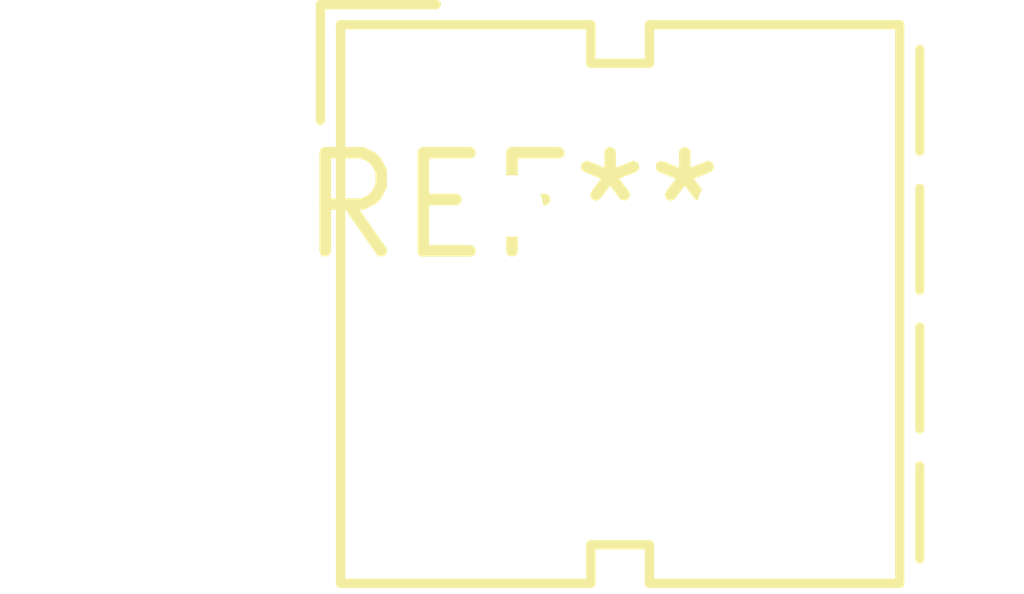
<source format=kicad_pcb>
(kicad_pcb (version 20240108) (generator pcbnew)
  (layers (0 "F.Cu" signal) (31 "B.Cu" signal) (34 "B.Paste" user) (35 "F.Paste" user) (36 "B.SilkS" user "B.Silkscreen") (37 "F.SilkS" user "F.Silkscreen") (38 "B.Mask" user) (39 "F.Mask" user) (44 "Edge.Cuts" user))
  (net 0 "")
  (footprint "Vishay_CNY70" (layer "F.Cu") (at 0 0)
    (property "Reference" "REF**")
    (property "Value" "Vishay_CNY70")
    (fp_line (start -2.48 -2.61) (end -2.48 -1.11) (layer "F.SilkS") (stroke (width 0.12)))
    (fp_line (start -2.48 -2.61) (end -0.98 -2.61) (layer "F.SilkS") (stroke (width 0.12)))
    (fp_line (start -2.22 -2.35) (end -2.22 4.89) (layer "F.SilkS") (stroke (width 0.12)))
    (fp_line (start 1.02 -2.35) (end -2.22 -2.35) (layer "F.SilkS") (stroke (width 0.12)))
    (fp_line (start 1.02 -2.35) (end 1.02 -1.85) (layer "F.SilkS") (stroke (width 0.12)))
    (fp_line (start 1.02 -1.85) (end 1.78 -1.85) (layer "F.SilkS") (stroke (width 0.12)))
    (fp_line (start 1.02 4.39) (end 1.02 4.89) (layer "F.SilkS") (stroke (width 0.12)))
    (fp_line (start 1.02 4.89) (end -2.22 4.89) (layer "F.SilkS") (stroke (width 0.12)))
    (fp_line (start 1.78 -2.35) (end 5.02 -2.35) (layer "F.SilkS") (stroke (width 0.12)))
    (fp_line (start 1.78 -1.85) (end 1.78 -2.35) (layer "F.SilkS") (stroke (width 0.12)))
    (fp_line (start 1.78 4.39) (end 1.02 4.39) (layer "F.SilkS") (stroke (width 0.12)))
    (fp_line (start 1.78 4.89) (end 1.78 4.39) (layer "F.SilkS") (stroke (width 0.12)))
    (fp_line (start 1.78 4.89) (end 5.02 4.89) (layer "F.SilkS") (stroke (width 0.12)))
    (fp_line (start 5.02 4.89) (end 5.02 -2.35) (layer "F.SilkS") (stroke (width 0.12)))
    (fp_line (start 5.28 -2.03) (end 5.28 4.57) (layer "F.SilkS") (stroke (width 0.12) (type dash)))
    (pad "1" thru_hole roundrect (at 0 0) (size 1.6 1.6) (drill 0.8) (layers *.Cu *.Mask) (remove_unused_layers) (roundrect_rratio 0.156))
    (pad "2" thru_hole circle (at 0 2.54) (size 1.6 1.6) (drill 0.8) (layers *.Cu *.Mask) (remove_unused_layers))
    (pad "3" thru_hole circle (at 2.8 2.54) (size 1.6 1.6) (drill 0.8) (layers *.Cu *.Mask) (remove_unused_layers))
    (pad "4" thru_hole circle (at 2.8 0) (size 1.6 1.6) (drill 0.8) (layers *.Cu *.Mask) (remove_unused_layers))
  )
)
</source>
